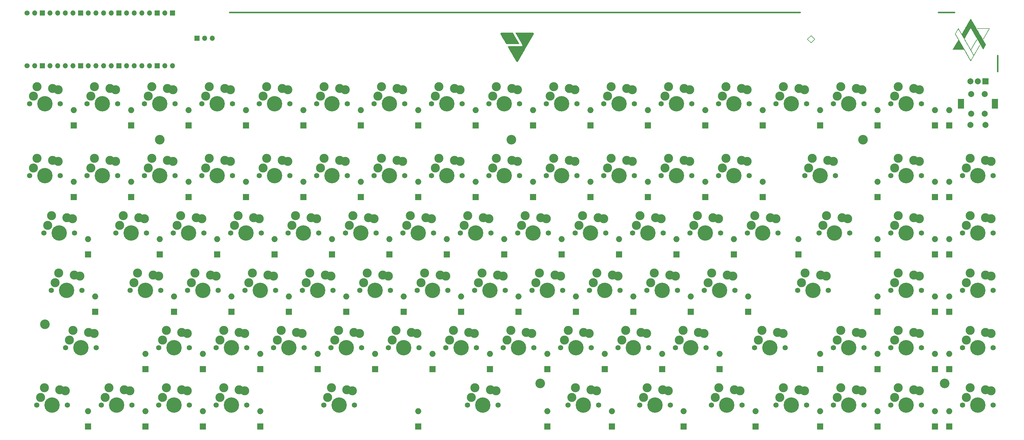
<source format=gbr>
%TF.GenerationSoftware,KiCad,Pcbnew,(6.0.2)*%
%TF.CreationDate,2022-08-21T18:03:26-07:00*%
%TF.ProjectId,tklc_v1_rgb,746b6c63-5f76-4315-9f72-67622e6b6963,rev?*%
%TF.SameCoordinates,Original*%
%TF.FileFunction,Soldermask,Top*%
%TF.FilePolarity,Negative*%
%FSLAX46Y46*%
G04 Gerber Fmt 4.6, Leading zero omitted, Abs format (unit mm)*
G04 Created by KiCad (PCBNEW (6.0.2)) date 2022-08-21 18:03:26*
%MOMM*%
%LPD*%
G01*
G04 APERTURE LIST*
%ADD10C,0.500000*%
%ADD11C,0.200000*%
%ADD12C,3.200000*%
%ADD13R,2.000000X2.000000*%
%ADD14O,2.000000X2.000000*%
%ADD15C,3.000000*%
%ADD16C,1.750000*%
%ADD17C,5.100000*%
%ADD18C,1.700000*%
%ADD19O,1.700000X1.700000*%
%ADD20R,1.700000X1.700000*%
%ADD21C,2.000000*%
%ADD22R,2.000000X3.200000*%
G04 APERTURE END LIST*
D10*
X375643134Y-101203380D02*
X375643134Y-95845554D01*
D11*
X313730478Y-91678356D02*
X314920577Y-90487728D01*
D10*
X120848742Y-81558018D02*
X310158594Y-81558018D01*
D11*
X313729951Y-89296950D02*
X314920577Y-90487576D01*
D10*
X355997772Y-81558018D02*
X361355598Y-81558018D01*
D11*
X313730478Y-91678356D02*
X312539850Y-90487728D01*
X312539850Y-90487728D02*
X313729951Y-89296950D01*
%TO.C,G\u002A\u002A\u002A*%
G36*
X369550729Y-92017601D02*
G01*
X369570505Y-92034861D01*
X369572165Y-92039038D01*
X369563353Y-92046669D01*
X369545008Y-92029569D01*
X369542541Y-92025789D01*
X369540353Y-92013084D01*
X369550729Y-92017601D01*
G37*
G36*
X369312223Y-87656070D02*
G01*
X369302940Y-87665354D01*
X369293656Y-87656070D01*
X369302940Y-87646787D01*
X369312223Y-87656070D01*
G37*
G36*
X369794972Y-88491597D02*
G01*
X369785688Y-88500880D01*
X369776405Y-88491597D01*
X369785688Y-88482313D01*
X369794972Y-88491597D01*
G37*
G36*
X369272220Y-91534853D02*
G01*
X369291997Y-91552113D01*
X369293656Y-91556289D01*
X369284845Y-91563920D01*
X369266499Y-91546820D01*
X369264032Y-91543041D01*
X369261844Y-91530335D01*
X369272220Y-91534853D01*
G37*
G36*
X369966399Y-88793622D02*
G01*
X369980645Y-88816524D01*
X369992597Y-88845231D01*
X369991235Y-88853658D01*
X369976323Y-88839425D01*
X369962077Y-88816524D01*
X369950125Y-88787816D01*
X369951487Y-88779389D01*
X369966399Y-88793622D01*
G37*
G36*
X369067980Y-91182075D02*
G01*
X369087757Y-91199335D01*
X369089416Y-91203511D01*
X369080605Y-91211143D01*
X369062259Y-91194043D01*
X369059793Y-91190263D01*
X369057604Y-91177558D01*
X369067980Y-91182075D01*
G37*
G36*
X370033477Y-88916870D02*
G01*
X370053254Y-88934130D01*
X370054914Y-88938307D01*
X370046102Y-88945938D01*
X370027756Y-88928838D01*
X370025290Y-88925058D01*
X370023101Y-88912353D01*
X370033477Y-88916870D01*
G37*
G36*
X369182253Y-91369521D02*
G01*
X369172969Y-91378804D01*
X369163685Y-91369521D01*
X369172969Y-91360237D01*
X369182253Y-91369521D01*
G37*
G36*
X369550729Y-88081344D02*
G01*
X369570505Y-88098604D01*
X369572165Y-88102780D01*
X369563353Y-88110412D01*
X369545008Y-88093312D01*
X369542541Y-88089532D01*
X369540353Y-88076827D01*
X369550729Y-88081344D01*
G37*
G36*
X369386492Y-91722298D02*
G01*
X369377209Y-91731582D01*
X369367925Y-91722298D01*
X369377209Y-91713015D01*
X369386492Y-91722298D01*
G37*
G36*
X369476460Y-87951373D02*
G01*
X369496236Y-87968633D01*
X369497896Y-87972809D01*
X369489084Y-87980441D01*
X369470739Y-87963341D01*
X369468272Y-87959561D01*
X369466084Y-87946856D01*
X369476460Y-87951373D01*
G37*
G36*
X370170639Y-89146400D02*
G01*
X370184884Y-89169301D01*
X370196836Y-89198009D01*
X370195474Y-89206436D01*
X370180562Y-89192203D01*
X370166317Y-89169301D01*
X370154365Y-89140594D01*
X370155727Y-89132167D01*
X370170639Y-89146400D01*
G37*
G36*
X369460761Y-87916012D02*
G01*
X369451478Y-87925296D01*
X369442194Y-87916012D01*
X369451478Y-87906728D01*
X369460761Y-87916012D01*
G37*
G36*
X370222019Y-89234287D02*
G01*
X370212735Y-89243570D01*
X370203452Y-89234287D01*
X370212735Y-89225003D01*
X370222019Y-89234287D01*
G37*
G36*
X370704767Y-90069813D02*
G01*
X370695484Y-90079097D01*
X370686200Y-90069813D01*
X370695484Y-90060529D01*
X370704767Y-90069813D01*
G37*
G36*
X376219028Y-99971240D02*
G01*
X376219241Y-99975442D01*
X376204967Y-99993295D01*
X376199578Y-99994009D01*
X376188489Y-99982634D01*
X376191390Y-99975442D01*
X376208075Y-99957729D01*
X376211053Y-99956874D01*
X376219028Y-99971240D01*
G37*
G36*
X370426259Y-89587065D02*
G01*
X370416975Y-89596348D01*
X370407691Y-89587065D01*
X370416975Y-89577781D01*
X370426259Y-89587065D01*
G37*
G36*
X369460761Y-91852269D02*
G01*
X369451478Y-91861553D01*
X369442194Y-91852269D01*
X369451478Y-91842986D01*
X369460761Y-91852269D01*
G37*
G36*
X368852364Y-90798885D02*
G01*
X368866609Y-90821787D01*
X368878562Y-90850494D01*
X368877200Y-90858921D01*
X368862287Y-90844688D01*
X368848042Y-90821787D01*
X368836090Y-90793079D01*
X368837452Y-90784652D01*
X368852364Y-90798885D01*
G37*
G36*
X369590732Y-88138819D02*
G01*
X369581449Y-88148103D01*
X369572165Y-88138819D01*
X369581449Y-88129535D01*
X369590732Y-88138819D01*
G37*
G36*
X369516463Y-88008848D02*
G01*
X369507180Y-88018132D01*
X369497896Y-88008848D01*
X369507180Y-87999565D01*
X369516463Y-88008848D01*
G37*
G36*
X369754969Y-88434122D02*
G01*
X369774745Y-88451382D01*
X369776405Y-88455558D01*
X369767593Y-88463189D01*
X369749248Y-88446089D01*
X369746781Y-88442310D01*
X369744592Y-88429604D01*
X369754969Y-88434122D01*
G37*
G36*
X370779036Y-90199784D02*
G01*
X370769753Y-90209067D01*
X370760469Y-90199784D01*
X370769753Y-90190500D01*
X370779036Y-90199784D01*
G37*
G36*
X369033715Y-87173322D02*
G01*
X369024431Y-87182605D01*
X369015147Y-87173322D01*
X369024431Y-87164038D01*
X369033715Y-87173322D01*
G37*
G36*
X368978013Y-91016743D02*
G01*
X368968729Y-91026027D01*
X368959446Y-91016743D01*
X368968729Y-91007459D01*
X368978013Y-91016743D01*
G37*
G36*
X370653388Y-89981926D02*
G01*
X370667633Y-90004828D01*
X370679585Y-90033535D01*
X370678223Y-90041962D01*
X370663311Y-90027729D01*
X370649066Y-90004828D01*
X370637113Y-89976120D01*
X370638475Y-89967693D01*
X370653388Y-89981926D01*
G37*
G36*
X370073481Y-88974345D02*
G01*
X370064197Y-88983629D01*
X370054914Y-88974345D01*
X370064197Y-88965062D01*
X370073481Y-88974345D01*
G37*
G36*
X369052282Y-91146714D02*
G01*
X369042998Y-91155997D01*
X369033715Y-91146714D01*
X369042998Y-91137430D01*
X369052282Y-91146714D01*
G37*
G36*
X370516226Y-89752397D02*
G01*
X370536002Y-89769657D01*
X370537662Y-89773833D01*
X370528850Y-89781464D01*
X370510505Y-89764364D01*
X370508038Y-89760585D01*
X370505850Y-89747879D01*
X370516226Y-89752397D01*
G37*
G36*
X369130873Y-91281634D02*
G01*
X369145118Y-91304535D01*
X369157070Y-91333243D01*
X369155708Y-91341670D01*
X369140796Y-91327437D01*
X369126551Y-91304535D01*
X369114599Y-91275828D01*
X369115961Y-91267401D01*
X369130873Y-91281634D01*
G37*
G36*
X361486243Y-88677904D02*
G01*
X361512464Y-88625242D01*
X361554085Y-88546587D01*
X361609430Y-88444967D01*
X361676824Y-88323412D01*
X361754591Y-88184950D01*
X361841055Y-88032611D01*
X361934540Y-87869425D01*
X362004102Y-87748907D01*
X362116807Y-87554403D01*
X362212575Y-87389627D01*
X362292973Y-87252110D01*
X362359568Y-87139383D01*
X362413927Y-87048976D01*
X362457617Y-86978423D01*
X362492204Y-86925253D01*
X362519255Y-86886997D01*
X362540338Y-86861188D01*
X362557019Y-86845356D01*
X362570864Y-86837033D01*
X362583441Y-86833750D01*
X362585023Y-86833569D01*
X362642164Y-86842047D01*
X362667980Y-86861419D01*
X362682456Y-86883458D01*
X362713592Y-86934656D01*
X362759592Y-87011950D01*
X362818663Y-87112274D01*
X362889009Y-87232565D01*
X362968837Y-87369757D01*
X363056351Y-87520786D01*
X363149757Y-87682587D01*
X363203969Y-87776758D01*
X363299349Y-87942483D01*
X363389328Y-88098585D01*
X363472180Y-88242084D01*
X363546179Y-88370004D01*
X363609600Y-88479366D01*
X363660716Y-88567192D01*
X363697802Y-88630505D01*
X363719132Y-88666326D01*
X363723611Y-88673342D01*
X363734099Y-88659172D01*
X363762110Y-88614503D01*
X363806655Y-88541027D01*
X363866743Y-88440436D01*
X363941385Y-88314421D01*
X364029591Y-88164675D01*
X364130371Y-87992888D01*
X364242735Y-87800753D01*
X364365694Y-87589961D01*
X364498258Y-87362204D01*
X364639436Y-87119175D01*
X364788240Y-86862564D01*
X364943679Y-86594064D01*
X365104763Y-86315366D01*
X365219787Y-86116094D01*
X365384267Y-85831085D01*
X365543750Y-85554930D01*
X365697245Y-85289333D01*
X365843765Y-85035997D01*
X365982320Y-84796626D01*
X366111921Y-84572922D01*
X366231580Y-84366591D01*
X366340307Y-84179336D01*
X366437113Y-84012859D01*
X366521010Y-83868865D01*
X366591009Y-83749057D01*
X366646120Y-83655138D01*
X366685354Y-83588814D01*
X366707723Y-83551785D01*
X366712808Y-83544208D01*
X366722809Y-83560031D01*
X366750421Y-83606434D01*
X366794723Y-83681819D01*
X366854790Y-83784587D01*
X366929702Y-83913141D01*
X367018534Y-84065881D01*
X367120364Y-84241211D01*
X367234269Y-84437531D01*
X367359327Y-84653243D01*
X367494614Y-84886749D01*
X367639208Y-85136451D01*
X367792186Y-85400751D01*
X367952626Y-85678050D01*
X368119604Y-85966751D01*
X368292197Y-86265254D01*
X368469484Y-86571962D01*
X368650541Y-86885277D01*
X368834445Y-87203599D01*
X369020274Y-87525332D01*
X369207105Y-87848876D01*
X369394015Y-88172634D01*
X369580081Y-88495007D01*
X369764381Y-88814397D01*
X369945991Y-89129206D01*
X370123989Y-89437835D01*
X370297453Y-89738687D01*
X370465459Y-90030163D01*
X370627084Y-90310665D01*
X370781406Y-90578594D01*
X370927503Y-90832353D01*
X371064451Y-91070342D01*
X371191327Y-91290965D01*
X371307209Y-91492622D01*
X371411173Y-91673716D01*
X371502298Y-91832648D01*
X371579661Y-91967820D01*
X371642338Y-92077633D01*
X371689407Y-92160490D01*
X371719944Y-92214793D01*
X371733029Y-92238942D01*
X371733398Y-92239779D01*
X371735269Y-92253714D01*
X371731409Y-92274759D01*
X371720390Y-92305643D01*
X371700783Y-92349094D01*
X371671157Y-92407841D01*
X371630084Y-92484615D01*
X371576135Y-92582144D01*
X371507880Y-92703158D01*
X371423891Y-92850385D01*
X371322738Y-93026556D01*
X371307958Y-93052239D01*
X371218660Y-93207103D01*
X371134512Y-93352510D01*
X371057419Y-93485205D01*
X370989283Y-93601937D01*
X370932010Y-93699452D01*
X370887503Y-93774498D01*
X370857665Y-93823822D01*
X370844419Y-93844153D01*
X370838076Y-93840335D01*
X370823893Y-93822395D01*
X370801278Y-93789330D01*
X370769645Y-93740137D01*
X370728403Y-93673813D01*
X370676964Y-93589357D01*
X370614738Y-93485764D01*
X370541138Y-93362034D01*
X370455572Y-93217162D01*
X370357454Y-93050146D01*
X370246193Y-92859983D01*
X370121200Y-92645671D01*
X369981887Y-92406207D01*
X369827665Y-92140588D01*
X369657944Y-91847811D01*
X369472136Y-91526874D01*
X369269651Y-91176774D01*
X369049901Y-90796509D01*
X368812296Y-90385075D01*
X368801341Y-90366100D01*
X368608663Y-90032549D01*
X368420659Y-89707457D01*
X368238186Y-89392295D01*
X368062104Y-89088533D01*
X367893271Y-88797642D01*
X367732548Y-88521093D01*
X367580793Y-88260356D01*
X367438865Y-88016902D01*
X367307623Y-87792202D01*
X367187927Y-87587725D01*
X367080635Y-87404943D01*
X366986606Y-87245327D01*
X366906699Y-87110346D01*
X366841774Y-87001472D01*
X366792690Y-86920175D01*
X366760305Y-86867926D01*
X366745478Y-86846195D01*
X366744884Y-86845687D01*
X366702140Y-86838404D01*
X366674180Y-86851664D01*
X366661296Y-86869968D01*
X366631415Y-86917852D01*
X366586023Y-86992759D01*
X366526606Y-87092131D01*
X366454651Y-87213409D01*
X366371642Y-87354037D01*
X366279066Y-87511456D01*
X366178408Y-87683110D01*
X366071154Y-87866439D01*
X365958790Y-88058887D01*
X365842802Y-88257896D01*
X365724676Y-88460907D01*
X365605897Y-88665364D01*
X365487951Y-88868708D01*
X365372324Y-89068382D01*
X365260502Y-89261828D01*
X365153971Y-89446488D01*
X365054216Y-89619805D01*
X364962724Y-89779221D01*
X364880979Y-89922177D01*
X364810469Y-90046117D01*
X364752678Y-90148483D01*
X364709093Y-90226717D01*
X364681199Y-90278261D01*
X364670482Y-90300557D01*
X364670411Y-90301030D01*
X364679499Y-90318818D01*
X364705910Y-90366505D01*
X364748363Y-90441851D01*
X364805574Y-90542616D01*
X364876264Y-90666561D01*
X364959149Y-90811446D01*
X365052949Y-90975033D01*
X365156381Y-91155081D01*
X365268165Y-91349350D01*
X365387019Y-91555603D01*
X365511660Y-91771598D01*
X365548730Y-91835782D01*
X365678361Y-92060193D01*
X365805141Y-92279692D01*
X365927515Y-92491582D01*
X366043925Y-92693166D01*
X366152814Y-92881748D01*
X366252626Y-93054632D01*
X366341804Y-93209121D01*
X366418791Y-93342517D01*
X366482030Y-93452126D01*
X366529964Y-93535249D01*
X366561037Y-93589190D01*
X366563199Y-93592949D01*
X366612059Y-93676317D01*
X366655122Y-93746823D01*
X366688790Y-93798801D01*
X366709464Y-93826583D01*
X366713534Y-93829682D01*
X366724554Y-93813934D01*
X366752832Y-93768103D01*
X366797133Y-93694304D01*
X366856217Y-93594653D01*
X366928848Y-93471266D01*
X367013787Y-93326261D01*
X367109798Y-93161752D01*
X367215643Y-92979856D01*
X367330083Y-92782689D01*
X367451883Y-92572367D01*
X367579804Y-92351007D01*
X367690403Y-92159261D01*
X367822425Y-91930328D01*
X367949272Y-91710655D01*
X368069714Y-91502360D01*
X368182519Y-91307557D01*
X368286456Y-91128364D01*
X368380295Y-90966895D01*
X368462805Y-90825267D01*
X368532754Y-90705597D01*
X368588913Y-90609999D01*
X368630049Y-90540590D01*
X368654933Y-90499486D01*
X368662370Y-90488381D01*
X368675276Y-90503091D01*
X368701023Y-90542447D01*
X368734521Y-90598578D01*
X368741633Y-90611001D01*
X368771471Y-90666041D01*
X368788727Y-90703192D01*
X368790637Y-90716273D01*
X368788051Y-90714785D01*
X368779998Y-90718629D01*
X368763652Y-90737947D01*
X368738175Y-90774142D01*
X368702730Y-90828614D01*
X368656479Y-90902764D01*
X368598585Y-90997992D01*
X368528210Y-91115700D01*
X368444516Y-91257288D01*
X368346667Y-91424156D01*
X368233824Y-91617707D01*
X368105151Y-91839340D01*
X367959810Y-92090457D01*
X367796962Y-92372457D01*
X367796702Y-92372909D01*
X366828914Y-94050329D01*
X367281818Y-94835875D01*
X367371754Y-94991219D01*
X367456295Y-95136001D01*
X367533612Y-95267177D01*
X367601876Y-95381700D01*
X367659259Y-95476527D01*
X367703931Y-95548612D01*
X367734062Y-95594910D01*
X367747824Y-95612377D01*
X367748290Y-95612390D01*
X367760619Y-95594441D01*
X367789816Y-95546855D01*
X367834382Y-95472237D01*
X367892819Y-95373193D01*
X367963631Y-95252328D01*
X368045318Y-95112248D01*
X368136382Y-94955560D01*
X368235327Y-94784869D01*
X368340653Y-94602781D01*
X368450863Y-94411901D01*
X368564460Y-94214836D01*
X368679944Y-94014191D01*
X368795818Y-93812573D01*
X368910584Y-93612586D01*
X369022745Y-93416837D01*
X369130801Y-93227932D01*
X369233256Y-93048477D01*
X369328611Y-92881076D01*
X369415369Y-92728337D01*
X369492031Y-92592865D01*
X369557099Y-92477266D01*
X369609076Y-92384145D01*
X369646464Y-92316109D01*
X369667764Y-92275762D01*
X369672299Y-92265391D01*
X369674538Y-92237768D01*
X369676491Y-92232898D01*
X369688256Y-92247858D01*
X369710630Y-92285728D01*
X369738048Y-92335990D01*
X369764944Y-92388127D01*
X369785753Y-92431621D01*
X369794909Y-92455955D01*
X369794972Y-92456799D01*
X369785886Y-92474231D01*
X369759423Y-92521742D01*
X369716781Y-92597257D01*
X369659154Y-92698696D01*
X369587738Y-92823983D01*
X369503728Y-92971041D01*
X369408320Y-93137791D01*
X369302709Y-93322158D01*
X369188092Y-93522063D01*
X369065663Y-93735429D01*
X368936618Y-93960178D01*
X368802152Y-94194235D01*
X368663462Y-94435520D01*
X368521743Y-94681957D01*
X368378189Y-94931469D01*
X368233998Y-95181978D01*
X368090363Y-95431407D01*
X367948482Y-95677678D01*
X367809549Y-95918714D01*
X367674759Y-96152439D01*
X367545310Y-96376773D01*
X367422395Y-96589641D01*
X367307210Y-96788965D01*
X367200952Y-96972668D01*
X367104816Y-97138671D01*
X367019996Y-97284899D01*
X366947689Y-97409273D01*
X366889090Y-97509716D01*
X366845395Y-97584151D01*
X366817800Y-97630501D01*
X366811601Y-97640610D01*
X366776522Y-97687101D01*
X366741303Y-97707208D01*
X366711949Y-97710237D01*
X366670057Y-97702963D01*
X366637387Y-97675210D01*
X366614704Y-97641209D01*
X366600083Y-97616184D01*
X366568132Y-97561139D01*
X366520089Y-97478211D01*
X366457190Y-97369541D01*
X366380672Y-97237266D01*
X366291771Y-97083527D01*
X366191724Y-96910461D01*
X366081768Y-96720209D01*
X365963140Y-96514908D01*
X365837076Y-96296699D01*
X365704812Y-96067720D01*
X365567586Y-95830111D01*
X365533197Y-95770558D01*
X364492839Y-93968936D01*
X362595230Y-93959652D01*
X360697620Y-93950369D01*
X361644042Y-92311002D01*
X362590465Y-90671635D01*
X362033654Y-89708008D01*
X361933498Y-89533969D01*
X361839132Y-89368624D01*
X361752182Y-89214909D01*
X361674270Y-89075760D01*
X361607021Y-88954113D01*
X361552056Y-88852905D01*
X361511002Y-88775070D01*
X361485479Y-88723546D01*
X361477384Y-88702293D01*
X361681792Y-88702293D01*
X364190254Y-93048443D01*
X364404837Y-93420138D01*
X364614641Y-93783372D01*
X364818905Y-94136837D01*
X365016868Y-94479222D01*
X365207770Y-94809217D01*
X365390850Y-95125511D01*
X365565347Y-95426794D01*
X365730502Y-95711757D01*
X365885552Y-95979088D01*
X366029739Y-96227478D01*
X366162300Y-96455616D01*
X366282476Y-96662193D01*
X366389506Y-96845897D01*
X366482630Y-97005419D01*
X366561086Y-97139449D01*
X366624114Y-97246676D01*
X366670954Y-97325790D01*
X366700845Y-97375481D01*
X366713026Y-97394439D01*
X366713239Y-97394594D01*
X366725133Y-97378995D01*
X366753592Y-97334287D01*
X366796752Y-97263601D01*
X366852752Y-97170067D01*
X366919731Y-97056817D01*
X366995825Y-96926981D01*
X367079172Y-96783691D01*
X367167912Y-96630078D01*
X367168709Y-96628695D01*
X367257445Y-96474549D01*
X367340533Y-96330186D01*
X367416131Y-96198806D01*
X367482400Y-96083609D01*
X367537498Y-95987794D01*
X367579586Y-95914560D01*
X367606823Y-95867108D01*
X367617369Y-95848638D01*
X367617111Y-95844827D01*
X367613924Y-95836193D01*
X367607126Y-95821542D01*
X367596033Y-95799682D01*
X367579964Y-95769421D01*
X367558236Y-95729566D01*
X367530166Y-95678924D01*
X367495072Y-95616303D01*
X367452270Y-95540511D01*
X367401079Y-95450353D01*
X367340815Y-95344639D01*
X367270796Y-95222175D01*
X367190340Y-95081769D01*
X367098764Y-94922228D01*
X366995385Y-94742360D01*
X366879520Y-94540972D01*
X366750487Y-94316871D01*
X366607604Y-94068865D01*
X366450188Y-93795762D01*
X366277555Y-93496367D01*
X366089025Y-93169490D01*
X365883913Y-92813938D01*
X365661537Y-92428517D01*
X365441521Y-92047225D01*
X365167249Y-91571944D01*
X364910925Y-91127808D01*
X364671949Y-90713790D01*
X364449726Y-90328863D01*
X364243658Y-89972000D01*
X364053148Y-89642174D01*
X363877597Y-89338356D01*
X363716409Y-89059521D01*
X363568987Y-88804641D01*
X363434733Y-88572688D01*
X363313050Y-88362635D01*
X363203340Y-88173456D01*
X363105006Y-88004122D01*
X363017451Y-87853607D01*
X362940077Y-87720884D01*
X362872287Y-87604924D01*
X362813484Y-87504702D01*
X362763070Y-87419189D01*
X362720448Y-87347359D01*
X362685021Y-87288184D01*
X362656191Y-87240637D01*
X362633361Y-87203690D01*
X362615933Y-87176318D01*
X362603310Y-87157491D01*
X362594896Y-87146184D01*
X362590092Y-87141368D01*
X362588614Y-87141241D01*
X362577069Y-87159570D01*
X362548834Y-87206892D01*
X362505764Y-87280030D01*
X362449714Y-87375807D01*
X362382541Y-87491044D01*
X362306099Y-87622563D01*
X362222245Y-87767187D01*
X362132834Y-87921738D01*
X362128913Y-87928524D01*
X361681792Y-88702293D01*
X361477384Y-88702293D01*
X361477098Y-88701542D01*
X361486243Y-88677904D01*
G37*
G36*
X369665001Y-88268790D02*
G01*
X369655718Y-88278073D01*
X369646434Y-88268790D01*
X369655718Y-88259506D01*
X369665001Y-88268790D01*
G37*
G36*
X370096370Y-89016429D02*
G01*
X370110615Y-89039331D01*
X370122567Y-89068038D01*
X370121205Y-89076465D01*
X370106293Y-89062232D01*
X370092048Y-89039331D01*
X370080096Y-89010623D01*
X370081458Y-89002196D01*
X370096370Y-89016429D01*
G37*
G36*
X369409382Y-91764382D02*
G01*
X369423627Y-91787284D01*
X369435579Y-91815991D01*
X369434217Y-91824418D01*
X369419305Y-91810185D01*
X369405060Y-91787284D01*
X369393107Y-91758577D01*
X369394470Y-91750149D01*
X369409382Y-91764382D01*
G37*
G36*
X370500528Y-89717035D02*
G01*
X370491244Y-89726319D01*
X370481960Y-89717035D01*
X370491244Y-89707752D01*
X370500528Y-89717035D01*
G37*
G36*
X370311986Y-89399619D02*
G01*
X370331763Y-89416879D01*
X370333422Y-89421055D01*
X370324611Y-89428686D01*
X370306265Y-89411587D01*
X370303798Y-89407807D01*
X370301610Y-89395101D01*
X370311986Y-89399619D01*
G37*
G36*
X369535030Y-91982240D02*
G01*
X369525747Y-91991524D01*
X369516463Y-91982240D01*
X369525747Y-91972956D01*
X369535030Y-91982240D01*
G37*
G36*
X369107984Y-87303293D02*
G01*
X369098700Y-87312576D01*
X369089416Y-87303293D01*
X369098700Y-87294009D01*
X369107984Y-87303293D01*
G37*
G36*
X369590732Y-92075076D02*
G01*
X369581449Y-92084360D01*
X369572165Y-92075076D01*
X369581449Y-92065793D01*
X369590732Y-92075076D01*
G37*
G36*
X369687890Y-88310874D02*
G01*
X369702136Y-88333775D01*
X369714088Y-88362482D01*
X369712726Y-88370910D01*
X369697814Y-88356677D01*
X369683568Y-88333775D01*
X369671616Y-88305068D01*
X369672978Y-88296641D01*
X369687890Y-88310874D01*
G37*
G36*
X369409382Y-87828125D02*
G01*
X369423627Y-87851027D01*
X369435579Y-87879734D01*
X369434217Y-87888161D01*
X369419305Y-87873928D01*
X369405060Y-87851027D01*
X369393107Y-87822319D01*
X369394470Y-87813892D01*
X369409382Y-87828125D01*
G37*
G36*
X370590495Y-89882368D02*
G01*
X370610271Y-89899627D01*
X370611931Y-89903804D01*
X370603119Y-89911435D01*
X370584774Y-89894335D01*
X370582307Y-89890555D01*
X370580119Y-89877850D01*
X370590495Y-89882368D01*
G37*
G36*
X370574797Y-89847006D02*
G01*
X370565513Y-89856290D01*
X370556229Y-89847006D01*
X370565513Y-89837722D01*
X370574797Y-89847006D01*
G37*
G36*
X370244908Y-89276371D02*
G01*
X370259153Y-89299272D01*
X370271106Y-89327979D01*
X370269743Y-89336407D01*
X370254831Y-89322174D01*
X370240586Y-89299272D01*
X370228634Y-89270565D01*
X370229996Y-89262138D01*
X370244908Y-89276371D01*
G37*
G36*
X368978013Y-87080486D02*
G01*
X368968729Y-87089769D01*
X368959446Y-87080486D01*
X368968729Y-87071202D01*
X368978013Y-87080486D01*
G37*
G36*
X369665001Y-92205047D02*
G01*
X369655718Y-92214331D01*
X369646434Y-92205047D01*
X369655718Y-92195763D01*
X369665001Y-92205047D01*
G37*
G36*
X370794735Y-90235145D02*
G01*
X370814511Y-90252405D01*
X370816171Y-90256581D01*
X370807359Y-90264213D01*
X370789014Y-90247113D01*
X370786547Y-90243333D01*
X370784359Y-90230628D01*
X370794735Y-90235145D01*
G37*
G36*
X369892130Y-88663651D02*
G01*
X369906376Y-88686553D01*
X369918328Y-88715260D01*
X369916966Y-88723687D01*
X369902054Y-88709454D01*
X369887808Y-88686553D01*
X369875856Y-88657846D01*
X369877218Y-88649418D01*
X369892130Y-88663651D01*
G37*
G36*
X369182253Y-87433263D02*
G01*
X369172969Y-87442547D01*
X369163685Y-87433263D01*
X369172969Y-87423980D01*
X369182253Y-87433263D01*
G37*
G36*
X369056604Y-87215406D02*
G01*
X369070849Y-87238307D01*
X369082801Y-87267015D01*
X369081439Y-87275442D01*
X369066527Y-87261209D01*
X369052282Y-87238307D01*
X369040330Y-87209600D01*
X369041692Y-87201173D01*
X369056604Y-87215406D01*
G37*
G36*
X369205142Y-91411605D02*
G01*
X369219387Y-91434506D01*
X369231339Y-91463213D01*
X369229977Y-91471641D01*
X369215065Y-91457408D01*
X369200820Y-91434506D01*
X369188868Y-91405799D01*
X369190230Y-91397372D01*
X369205142Y-91411605D01*
G37*
G36*
X370556229Y-89809872D02*
G01*
X370546946Y-89819155D01*
X370537662Y-89809872D01*
X370546946Y-89800588D01*
X370556229Y-89809872D01*
G37*
G36*
X369613621Y-92117160D02*
G01*
X369627867Y-92140062D01*
X369639819Y-92168769D01*
X369638457Y-92177196D01*
X369623545Y-92162963D01*
X369609299Y-92140062D01*
X369597347Y-92111354D01*
X369598709Y-92102927D01*
X369613621Y-92117160D01*
G37*
G36*
X370147750Y-89104316D02*
G01*
X370138466Y-89113600D01*
X370129183Y-89104316D01*
X370138466Y-89095032D01*
X370147750Y-89104316D01*
G37*
G36*
X370017779Y-88881509D02*
G01*
X370008495Y-88890793D01*
X369999212Y-88881509D01*
X370008495Y-88872225D01*
X370017779Y-88881509D01*
G37*
G36*
X369335113Y-87698154D02*
G01*
X369349358Y-87721056D01*
X369361310Y-87749763D01*
X369359948Y-87758190D01*
X369345036Y-87743957D01*
X369330791Y-87721056D01*
X369318838Y-87692348D01*
X369320201Y-87683921D01*
X369335113Y-87698154D01*
G37*
G36*
X369739270Y-88398760D02*
G01*
X369729987Y-88408044D01*
X369720703Y-88398760D01*
X369729987Y-88389477D01*
X369739270Y-88398760D01*
G37*
G36*
X369033715Y-91109579D02*
G01*
X369024431Y-91118863D01*
X369015147Y-91109579D01*
X369024431Y-91100296D01*
X369033715Y-91109579D01*
G37*
G36*
X369813539Y-88528731D02*
G01*
X369804256Y-88538015D01*
X369794972Y-88528731D01*
X369804256Y-88519448D01*
X369813539Y-88528731D01*
G37*
G36*
X368993711Y-91052104D02*
G01*
X369013488Y-91069364D01*
X369015147Y-91073540D01*
X369006336Y-91081172D01*
X368987990Y-91064072D01*
X368985524Y-91060292D01*
X368983335Y-91047587D01*
X368993711Y-91052104D01*
G37*
G36*
X369535030Y-88045983D02*
G01*
X369525747Y-88055266D01*
X369516463Y-88045983D01*
X369525747Y-88036699D01*
X369535030Y-88045983D01*
G37*
G36*
X369330791Y-91629462D02*
G01*
X369321507Y-91638746D01*
X369312223Y-91629462D01*
X369321507Y-91620179D01*
X369330791Y-91629462D01*
G37*
G36*
X368903744Y-90886772D02*
G01*
X368894460Y-90896056D01*
X368885177Y-90886772D01*
X368894460Y-90877489D01*
X368903744Y-90886772D01*
G37*
G36*
X370351990Y-89457094D02*
G01*
X370342706Y-89466377D01*
X370333422Y-89457094D01*
X370342706Y-89447810D01*
X370351990Y-89457094D01*
G37*
G36*
X369256522Y-91499491D02*
G01*
X369247238Y-91508775D01*
X369237954Y-91499491D01*
X369247238Y-91490208D01*
X369256522Y-91499491D01*
G37*
G36*
X369943510Y-88751538D02*
G01*
X369934226Y-88760822D01*
X369924943Y-88751538D01*
X369934226Y-88742255D01*
X369943510Y-88751538D01*
G37*
G36*
X370374879Y-89499178D02*
G01*
X370389124Y-89522079D01*
X370401076Y-89550786D01*
X370399714Y-89559214D01*
X370384802Y-89544981D01*
X370370557Y-89522079D01*
X370358605Y-89493372D01*
X370359967Y-89484945D01*
X370374879Y-89499178D01*
G37*
G36*
X369272220Y-87598596D02*
G01*
X369291997Y-87615855D01*
X369293656Y-87620032D01*
X369284845Y-87627663D01*
X369266499Y-87610563D01*
X369264032Y-87606783D01*
X369261844Y-87594078D01*
X369272220Y-87598596D01*
G37*
G36*
X371201113Y-86829860D02*
G01*
X371487310Y-86829976D01*
X371740468Y-86830206D01*
X371962636Y-86830582D01*
X372155861Y-86831132D01*
X372322193Y-86831888D01*
X372463678Y-86832879D01*
X372582366Y-86834136D01*
X372680303Y-86835690D01*
X372759539Y-86837570D01*
X372822120Y-86839806D01*
X372870096Y-86842430D01*
X372905514Y-86845471D01*
X372930422Y-86848960D01*
X372946869Y-86852927D01*
X372956902Y-86857402D01*
X372960966Y-86860609D01*
X372982443Y-86900711D01*
X372983992Y-86930236D01*
X372974107Y-86950042D01*
X372947082Y-86999454D01*
X372904377Y-87075933D01*
X372847449Y-87176944D01*
X372777757Y-87299949D01*
X372696758Y-87442410D01*
X372605912Y-87601792D01*
X372506675Y-87775558D01*
X372400507Y-87961169D01*
X372288865Y-88156089D01*
X372173208Y-88357781D01*
X372054993Y-88563709D01*
X371935679Y-88771334D01*
X371816725Y-88978121D01*
X371699587Y-89181532D01*
X371585726Y-89379029D01*
X371476597Y-89568077D01*
X371373661Y-89746137D01*
X371278374Y-89910674D01*
X371192195Y-90059150D01*
X371116583Y-90189027D01*
X371052995Y-90297770D01*
X371002889Y-90382840D01*
X370967724Y-90441702D01*
X370948958Y-90471817D01*
X370946595Y-90475033D01*
X370930781Y-90468539D01*
X370903837Y-90436401D01*
X370875415Y-90391924D01*
X370846107Y-90334044D01*
X370832381Y-90291239D01*
X370834111Y-90274496D01*
X370845652Y-90255762D01*
X370874076Y-90207667D01*
X370917870Y-90132833D01*
X370975520Y-90033881D01*
X371045514Y-89913434D01*
X371126338Y-89774113D01*
X371216480Y-89618540D01*
X371314425Y-89449337D01*
X371418661Y-89269126D01*
X371527675Y-89080530D01*
X371639953Y-88886169D01*
X371753982Y-88688666D01*
X371868250Y-88490643D01*
X371981242Y-88294722D01*
X372091446Y-88103525D01*
X372197348Y-87919673D01*
X372297436Y-87745789D01*
X372390195Y-87584494D01*
X372474114Y-87438410D01*
X372547678Y-87310160D01*
X372609375Y-87202365D01*
X372657692Y-87117648D01*
X372691114Y-87058630D01*
X372708129Y-87027932D01*
X372710030Y-87024050D01*
X372691874Y-87022866D01*
X372639050Y-87021730D01*
X372554025Y-87020654D01*
X372439265Y-87019649D01*
X372297238Y-87018727D01*
X372130409Y-87017897D01*
X371941245Y-87017172D01*
X371732214Y-87016563D01*
X371505781Y-87016081D01*
X371264414Y-87015737D01*
X371010578Y-87015542D01*
X370824359Y-87015500D01*
X370472209Y-87015682D01*
X370156452Y-87016226D01*
X369877168Y-87017132D01*
X369634438Y-87018399D01*
X369428343Y-87020027D01*
X369258964Y-87022014D01*
X369126382Y-87024359D01*
X369030678Y-87027063D01*
X368971933Y-87030123D01*
X368950228Y-87033540D01*
X368950162Y-87034067D01*
X368955321Y-87051441D01*
X368953030Y-87052635D01*
X368940700Y-87037991D01*
X368916979Y-87001038D01*
X368887931Y-86952243D01*
X368859622Y-86902072D01*
X368838115Y-86860993D01*
X368829476Y-86839471D01*
X368829475Y-86839393D01*
X368847648Y-86838121D01*
X368900590Y-86836899D01*
X368985935Y-86835738D01*
X369101319Y-86834648D01*
X369244374Y-86833641D01*
X369412737Y-86832727D01*
X369604041Y-86831919D01*
X369815921Y-86831226D01*
X370046012Y-86830659D01*
X370291947Y-86830231D01*
X370551362Y-86829951D01*
X370821890Y-86829832D01*
X370879830Y-86829828D01*
X371201113Y-86829860D01*
G37*
G36*
X370449148Y-89629148D02*
G01*
X370463393Y-89652050D01*
X370475345Y-89680757D01*
X370473983Y-89689184D01*
X370459071Y-89674951D01*
X370444826Y-89652050D01*
X370432874Y-89623343D01*
X370434236Y-89614915D01*
X370449148Y-89629148D01*
G37*
G36*
X369346489Y-91664824D02*
G01*
X369366266Y-91682084D01*
X369367925Y-91686260D01*
X369359114Y-91693891D01*
X369340768Y-91676791D01*
X369338301Y-91673012D01*
X369336113Y-91660306D01*
X369346489Y-91664824D01*
G37*
G36*
X369205142Y-87475347D02*
G01*
X369219387Y-87498249D01*
X369231339Y-87526956D01*
X369229977Y-87535383D01*
X369215065Y-87521150D01*
X369200820Y-87498249D01*
X369188868Y-87469541D01*
X369190230Y-87461114D01*
X369205142Y-87475347D01*
G37*
G36*
X369613621Y-88180903D02*
G01*
X369627867Y-88203804D01*
X369639819Y-88232512D01*
X369638457Y-88240939D01*
X369623545Y-88226706D01*
X369609299Y-88203804D01*
X369597347Y-88175097D01*
X369598709Y-88166670D01*
X369613621Y-88180903D01*
G37*
G36*
X369130873Y-87345377D02*
G01*
X369145118Y-87368278D01*
X369157070Y-87396985D01*
X369155708Y-87405413D01*
X369140796Y-87391179D01*
X369126551Y-87368278D01*
X369114599Y-87339571D01*
X369115961Y-87331144D01*
X369130873Y-87345377D01*
G37*
G36*
X357237128Y-80992518D02*
G01*
X357234226Y-80999711D01*
X357217542Y-81017424D01*
X357214563Y-81018278D01*
X357206588Y-81003913D01*
X357206376Y-80999711D01*
X357220649Y-80981857D01*
X357226039Y-80981144D01*
X357237128Y-80992518D01*
G37*
G36*
X368926633Y-90928856D02*
G01*
X368940878Y-90951758D01*
X368952831Y-90980465D01*
X368951469Y-90988892D01*
X368936556Y-90974659D01*
X368922311Y-90951758D01*
X368910359Y-90923050D01*
X368911721Y-90914623D01*
X368926633Y-90928856D01*
G37*
G36*
X369483651Y-91894353D02*
G01*
X369497896Y-91917255D01*
X369509848Y-91945962D01*
X369508486Y-91954389D01*
X369493574Y-91940156D01*
X369479329Y-91917255D01*
X369467376Y-91888547D01*
X369468739Y-91880120D01*
X369483651Y-91894353D01*
G37*
G36*
X376218485Y-80994622D02*
G01*
X376219241Y-80999711D01*
X376212906Y-81017795D01*
X376211053Y-81018278D01*
X376195201Y-81005267D01*
X376191390Y-80999711D01*
X376192862Y-80982601D01*
X376199578Y-80981144D01*
X376218485Y-80994622D01*
G37*
G36*
X370630498Y-89939842D02*
G01*
X370621215Y-89949126D01*
X370611931Y-89939842D01*
X370621215Y-89930559D01*
X370630498Y-89939842D01*
G37*
G36*
X369256522Y-87563234D02*
G01*
X369247238Y-87572518D01*
X369237954Y-87563234D01*
X369247238Y-87553951D01*
X369256522Y-87563234D01*
G37*
G36*
X357224943Y-99966158D02*
G01*
X357242656Y-99982843D01*
X357243510Y-99985821D01*
X357229145Y-99993796D01*
X357224943Y-99994009D01*
X357207089Y-99979735D01*
X357206376Y-99974346D01*
X357217750Y-99963257D01*
X357224943Y-99966158D01*
G37*
G36*
X370727657Y-90111897D02*
G01*
X370741902Y-90134798D01*
X370753854Y-90163506D01*
X370752492Y-90171933D01*
X370737580Y-90157700D01*
X370723335Y-90134798D01*
X370711382Y-90106091D01*
X370712744Y-90097664D01*
X370727657Y-90111897D01*
G37*
G36*
X368993711Y-87115847D02*
G01*
X369013488Y-87133107D01*
X369015147Y-87137283D01*
X369006336Y-87144914D01*
X368987990Y-87127815D01*
X368985524Y-87124035D01*
X368983335Y-87111329D01*
X368993711Y-87115847D01*
G37*
G36*
X369107984Y-91239550D02*
G01*
X369098700Y-91248834D01*
X369089416Y-91239550D01*
X369098700Y-91230266D01*
X369107984Y-91239550D01*
G37*
G36*
X369312223Y-91592328D02*
G01*
X369302940Y-91601611D01*
X369293656Y-91592328D01*
X369302940Y-91583044D01*
X369312223Y-91592328D01*
G37*
G36*
X369829238Y-88564093D02*
G01*
X369849014Y-88581353D01*
X369850674Y-88585529D01*
X369841862Y-88593160D01*
X369823517Y-88576060D01*
X369821050Y-88572281D01*
X369818861Y-88559575D01*
X369829238Y-88564093D01*
G37*
G36*
X369869241Y-88621567D02*
G01*
X369859957Y-88630851D01*
X369850674Y-88621567D01*
X369859957Y-88612284D01*
X369869241Y-88621567D01*
G37*
G36*
X370296288Y-89364258D02*
G01*
X370287004Y-89373541D01*
X370277721Y-89364258D01*
X370287004Y-89354974D01*
X370296288Y-89364258D01*
G37*
G36*
X368829475Y-90756801D02*
G01*
X368820191Y-90766085D01*
X368810908Y-90756801D01*
X368820191Y-90747518D01*
X368829475Y-90756801D01*
G37*
G36*
X369386492Y-87786041D02*
G01*
X369377209Y-87795325D01*
X369367925Y-87786041D01*
X369377209Y-87776758D01*
X369386492Y-87786041D01*
G37*
G36*
X212639104Y-88265915D02*
G01*
X212929498Y-88266839D01*
X214794370Y-88273657D01*
X215847185Y-90094365D01*
X216000209Y-90359082D01*
X216147488Y-90614021D01*
X216287376Y-90856323D01*
X216418224Y-91083125D01*
X216538386Y-91291568D01*
X216646213Y-91478790D01*
X216740058Y-91641929D01*
X216818273Y-91778127D01*
X216879212Y-91884520D01*
X216921226Y-91958249D01*
X216942668Y-91996452D01*
X216944231Y-91999365D01*
X216988461Y-92083657D01*
X212583867Y-92083657D01*
X212495698Y-91931932D01*
X212347663Y-91676937D01*
X212196234Y-91415635D01*
X212043141Y-91151040D01*
X211890113Y-90886165D01*
X211738879Y-90624022D01*
X211591169Y-90367624D01*
X211448711Y-90119985D01*
X211313235Y-89884117D01*
X211186470Y-89663034D01*
X211070144Y-89459748D01*
X210965988Y-89277273D01*
X210875730Y-89118622D01*
X210801100Y-88986808D01*
X210743826Y-88884843D01*
X210705638Y-88815742D01*
X210688265Y-88782516D01*
X210688256Y-88782496D01*
X210657177Y-88663451D01*
X210666702Y-88547714D01*
X210712711Y-88443172D01*
X210791086Y-88357712D01*
X210897708Y-88299220D01*
X210948071Y-88284985D01*
X210989536Y-88279985D01*
X211064575Y-88275733D01*
X211174489Y-88272217D01*
X211320576Y-88269425D01*
X211504137Y-88267346D01*
X211726471Y-88265968D01*
X211988877Y-88265278D01*
X212292655Y-88265264D01*
X212639104Y-88265915D01*
G37*
G36*
X218095240Y-88267012D02*
G01*
X218451466Y-88267512D01*
X218555379Y-88267710D01*
X218980066Y-88268598D01*
X219362109Y-88269476D01*
X219703819Y-88270378D01*
X220007506Y-88271339D01*
X220275482Y-88272394D01*
X220510059Y-88273577D01*
X220713547Y-88274923D01*
X220888258Y-88276466D01*
X221036504Y-88278241D01*
X221160594Y-88280281D01*
X221262840Y-88282623D01*
X221345555Y-88285299D01*
X221411048Y-88288345D01*
X221461631Y-88291796D01*
X221499615Y-88295685D01*
X221527312Y-88300047D01*
X221547032Y-88304917D01*
X221561087Y-88310329D01*
X221565642Y-88312654D01*
X221661136Y-88388776D01*
X221722070Y-88493461D01*
X221747731Y-88620594D01*
X221756112Y-88745693D01*
X219136044Y-93284197D01*
X218894567Y-93702382D01*
X218658760Y-94110540D01*
X218429628Y-94506940D01*
X218208175Y-94889854D01*
X217995405Y-95257552D01*
X217792322Y-95608305D01*
X217599930Y-95940381D01*
X217419232Y-96252053D01*
X217251232Y-96541590D01*
X217096935Y-96807262D01*
X216957345Y-97047340D01*
X216833464Y-97260095D01*
X216726298Y-97443796D01*
X216636850Y-97596715D01*
X216566124Y-97717121D01*
X216515123Y-97803284D01*
X216484853Y-97853476D01*
X216476461Y-97866366D01*
X216388958Y-97933304D01*
X216279784Y-97974008D01*
X216165893Y-97983730D01*
X216099671Y-97971908D01*
X216033401Y-97941789D01*
X215971680Y-97900184D01*
X215954898Y-97876295D01*
X215917423Y-97816413D01*
X215860884Y-97723338D01*
X215786906Y-97599870D01*
X215697117Y-97448812D01*
X215593143Y-97272962D01*
X215476612Y-97075121D01*
X215349150Y-96858091D01*
X215212384Y-96624671D01*
X215067942Y-96377662D01*
X214917451Y-96119865D01*
X214762536Y-95854081D01*
X214604826Y-95583110D01*
X214445947Y-95309752D01*
X214287526Y-95036808D01*
X214131190Y-94767079D01*
X213978566Y-94503365D01*
X213831281Y-94248467D01*
X213690962Y-94005185D01*
X213559236Y-93776320D01*
X213437730Y-93564673D01*
X213328071Y-93373044D01*
X213231885Y-93204233D01*
X213150800Y-93061042D01*
X213086442Y-92946271D01*
X213040439Y-92862720D01*
X213014418Y-92813191D01*
X213008963Y-92800270D01*
X213031006Y-92797416D01*
X213095390Y-92794708D01*
X213199504Y-92792167D01*
X213340734Y-92789817D01*
X213516467Y-92787679D01*
X213724089Y-92785774D01*
X213960989Y-92784126D01*
X214224551Y-92782757D01*
X214512164Y-92781687D01*
X214821213Y-92780941D01*
X215149087Y-92780538D01*
X215352633Y-92780471D01*
X215728898Y-92780444D01*
X216062832Y-92780333D01*
X216357058Y-92780092D01*
X216614201Y-92779676D01*
X216836885Y-92779040D01*
X217027733Y-92778139D01*
X217189370Y-92776929D01*
X217324420Y-92775362D01*
X217435507Y-92773396D01*
X217525255Y-92770983D01*
X217596288Y-92768080D01*
X217651231Y-92764641D01*
X217692706Y-92760621D01*
X217723340Y-92755975D01*
X217745754Y-92750657D01*
X217762575Y-92744623D01*
X217774624Y-92738795D01*
X217836746Y-92691720D01*
X217893355Y-92626789D01*
X217904461Y-92609547D01*
X217920632Y-92582704D01*
X217934592Y-92558078D01*
X217945207Y-92533353D01*
X217951342Y-92506213D01*
X217951864Y-92474342D01*
X217945637Y-92435424D01*
X217931527Y-92387144D01*
X217908399Y-92327185D01*
X217875119Y-92253231D01*
X217830552Y-92162967D01*
X217773565Y-92054077D01*
X217703021Y-91924244D01*
X217617787Y-91771153D01*
X217516728Y-91592487D01*
X217398710Y-91385932D01*
X217262597Y-91149170D01*
X217107257Y-90879887D01*
X216931553Y-90575765D01*
X216777758Y-90309623D01*
X216618094Y-90033102D01*
X216464921Y-89767472D01*
X216319723Y-89515328D01*
X216183986Y-89279263D01*
X216059194Y-89061873D01*
X215946833Y-88865751D01*
X215848386Y-88693491D01*
X215765340Y-88547688D01*
X215699179Y-88430936D01*
X215651388Y-88345829D01*
X215623452Y-88294962D01*
X215616397Y-88280667D01*
X215638436Y-88278399D01*
X215702799Y-88276298D01*
X215806854Y-88274375D01*
X215947968Y-88272642D01*
X216123512Y-88271111D01*
X216330852Y-88269793D01*
X216567356Y-88268700D01*
X216830394Y-88267843D01*
X217117333Y-88267234D01*
X217425541Y-88266885D01*
X217752388Y-88266807D01*
X218095240Y-88267012D01*
G37*
%TD*%
D12*
%TO.C,REF\u002A\u002A*%
X59531300Y-185142343D03*
%TD*%
%TO.C,REF\u002A\u002A*%
X223837688Y-204787672D03*
%TD*%
%TO.C,REF\u002A\u002A*%
X214312680Y-123825104D03*
%TD*%
%TO.C,REF\u002A\u002A*%
X330994068Y-123825104D03*
%TD*%
%TO.C,REF\u002A\u002A*%
X358080769Y-204787672D03*
%TD*%
%TO.C,REF\u002A\u002A*%
X97631292Y-123825104D03*
%TD*%
D13*
%TO.C,D86*%
X247650000Y-219075000D03*
D14*
X247650000Y-213995000D03*
%TD*%
D13*
%TO.C,D76*%
X316706250Y-200025000D03*
D14*
X316706250Y-194945000D03*
%TD*%
D13*
%TO.C,D12*%
X278606250Y-119062500D03*
D14*
X278606250Y-113982500D03*
%TD*%
D15*
%TO.C,SW46*%
X300196250Y-149701250D03*
D16*
X292576250Y-154781250D03*
X302736250Y-154781250D03*
D15*
X295056250Y-149031250D03*
X293846250Y-152241250D03*
D17*
X297656250Y-154781250D03*
D15*
X302056250Y-150081250D03*
%TD*%
D13*
%TO.C,D64*%
X359568750Y-180975000D03*
D14*
X359568750Y-175895000D03*
%TD*%
D13*
%TO.C,D26*%
X221456250Y-142875000D03*
D14*
X221456250Y-137795000D03*
%TD*%
D13*
%TO.C,D43*%
X250031250Y-161925000D03*
D14*
X250031250Y-156845000D03*
%TD*%
D13*
%TO.C,D29*%
X278606250Y-142875000D03*
D14*
X278606250Y-137795000D03*
%TD*%
D13*
%TO.C,D92*%
X359568750Y-219075000D03*
D14*
X359568750Y-213995000D03*
%TD*%
D13*
%TO.C,D72*%
X226218750Y-200025000D03*
D14*
X226218750Y-194945000D03*
%TD*%
D13*
%TO.C,D25*%
X202406250Y-142875000D03*
D14*
X202406250Y-137795000D03*
%TD*%
D13*
%TO.C,D69*%
X169068750Y-200025000D03*
D14*
X169068750Y-194945000D03*
%TD*%
D13*
%TO.C,D15*%
X335756250Y-119062500D03*
D14*
X335756250Y-113982500D03*
%TD*%
D13*
%TO.C,D41*%
X211931250Y-161925000D03*
D14*
X211931250Y-156845000D03*
%TD*%
D16*
%TO.C,SW6*%
X159861250Y-111918750D03*
D15*
X150971250Y-109378750D03*
X152181250Y-106168750D03*
X159181250Y-107218750D03*
D17*
X154781250Y-111918750D03*
D16*
X149701250Y-111918750D03*
D15*
X157321250Y-106838750D03*
%TD*%
%TO.C,SW49*%
X371633750Y-149701250D03*
X365283750Y-152241250D03*
D17*
X369093750Y-154781250D03*
D15*
X373493750Y-150081250D03*
X366493750Y-149031250D03*
D16*
X374173750Y-154781250D03*
X364013750Y-154781250D03*
%TD*%
D13*
%TO.C,D1*%
X69056250Y-119062500D03*
D14*
X69056250Y-113982500D03*
%TD*%
D13*
%TO.C,D27*%
X240506250Y-142875000D03*
D14*
X240506250Y-137795000D03*
%TD*%
D16*
%TO.C,SW59*%
X250348750Y-173831250D03*
D15*
X241458750Y-171291250D03*
X249668750Y-169131250D03*
X242668750Y-168081250D03*
D16*
X240188750Y-173831250D03*
D15*
X247808750Y-168751250D03*
D17*
X245268750Y-173831250D03*
%TD*%
D13*
%TO.C,D70*%
X188118750Y-200025000D03*
D14*
X188118750Y-194945000D03*
%TD*%
D16*
%TO.C,SW42*%
X216376250Y-154781250D03*
D15*
X218856250Y-149031250D03*
X217646250Y-152241250D03*
X225856250Y-150081250D03*
D16*
X226536250Y-154781250D03*
D17*
X221456250Y-154781250D03*
D15*
X223996250Y-149701250D03*
%TD*%
D17*
%TO.C,SW1*%
X59531250Y-111918750D03*
D15*
X56931250Y-106168750D03*
X62071250Y-106838750D03*
D16*
X64611250Y-111918750D03*
D15*
X55721250Y-109378750D03*
D16*
X54451250Y-111918750D03*
D15*
X63931250Y-107218750D03*
%TD*%
D13*
%TO.C,D50*%
X76200000Y-180975000D03*
D14*
X76200000Y-175895000D03*
%TD*%
D13*
%TO.C,D39*%
X173831250Y-161925000D03*
D14*
X173831250Y-156845000D03*
%TD*%
D13*
%TO.C,D48*%
X354806250Y-161925000D03*
D14*
X354806250Y-156845000D03*
%TD*%
D15*
%TO.C,SW66*%
X106793750Y-188181250D03*
D16*
X107473750Y-192881250D03*
D15*
X104933750Y-187801250D03*
D17*
X102393750Y-192881250D03*
D15*
X98583750Y-190341250D03*
D16*
X97313750Y-192881250D03*
D15*
X99793750Y-187131250D03*
%TD*%
%TO.C,SW14*%
X304581250Y-106168750D03*
X303371250Y-109378750D03*
X311581250Y-107218750D03*
D17*
X307181250Y-111918750D03*
D16*
X302101250Y-111918750D03*
D15*
X309721250Y-106838750D03*
D16*
X312261250Y-111918750D03*
%TD*%
D15*
%TO.C,SW21*%
X119221250Y-130651250D03*
X114081250Y-129981250D03*
D16*
X111601250Y-135731250D03*
D15*
X121081250Y-131031250D03*
D16*
X121761250Y-135731250D03*
D15*
X112871250Y-133191250D03*
D17*
X116681250Y-135731250D03*
%TD*%
D13*
%TO.C,D90*%
X335756250Y-219075000D03*
D14*
X335756250Y-213995000D03*
%TD*%
D13*
%TO.C,D38*%
X154781250Y-161925000D03*
D14*
X154781250Y-156845000D03*
%TD*%
D15*
%TO.C,SW27*%
X235381250Y-131031250D03*
X233521250Y-130651250D03*
D16*
X236061250Y-135731250D03*
D17*
X230981250Y-135731250D03*
D16*
X225901250Y-135731250D03*
D15*
X227171250Y-133191250D03*
X228381250Y-129981250D03*
%TD*%
D17*
%TO.C,SW28*%
X250031250Y-135731250D03*
D16*
X255111250Y-135731250D03*
D15*
X246221250Y-133191250D03*
X254431250Y-131031250D03*
D16*
X244951250Y-135731250D03*
D15*
X247431250Y-129981250D03*
X252571250Y-130651250D03*
%TD*%
D18*
%TO.C,U1*%
X53554900Y-99277576D03*
D19*
X56094900Y-99277576D03*
D20*
X58634900Y-99277576D03*
D19*
X61174900Y-99277576D03*
X63714900Y-99277576D03*
X66254900Y-99277576D03*
X68794900Y-99277576D03*
D20*
X71334900Y-99277576D03*
D19*
X73874900Y-99277576D03*
X76414900Y-99277576D03*
X78954900Y-99277576D03*
X81494900Y-99277576D03*
D20*
X84034900Y-99277576D03*
D19*
X86574900Y-99277576D03*
X89114900Y-99277576D03*
X91654900Y-99277576D03*
X94194900Y-99277576D03*
D20*
X96734900Y-99277576D03*
D19*
X99274900Y-99277576D03*
X101814900Y-99277576D03*
D20*
X101814900Y-81713576D03*
D19*
X99274900Y-81713576D03*
D20*
X96734900Y-81713576D03*
D19*
X94194900Y-81713576D03*
X91654900Y-81713576D03*
X89114900Y-81713576D03*
X86574900Y-81713576D03*
D20*
X84034900Y-81713576D03*
D19*
X81494900Y-81713576D03*
X78954900Y-81713576D03*
X76414900Y-81713576D03*
X73874900Y-81713576D03*
D20*
X71334900Y-81713576D03*
D19*
X68794900Y-81713576D03*
X66254900Y-81713576D03*
X63714900Y-81713576D03*
X61174900Y-81713576D03*
D20*
X58634900Y-81713576D03*
D19*
X56094900Y-81713576D03*
D18*
X53554900Y-81713576D03*
%TD*%
D16*
%TO.C,SW7*%
X178911250Y-111918750D03*
D15*
X178231250Y-107218750D03*
D16*
X168751250Y-111918750D03*
D15*
X176371250Y-106838750D03*
X170021250Y-109378750D03*
D17*
X173831250Y-111918750D03*
D15*
X171231250Y-106168750D03*
%TD*%
D13*
%TO.C,D11*%
X259556250Y-119062500D03*
D14*
X259556250Y-113982500D03*
%TD*%
D13*
%TO.C,D78*%
X354806250Y-200025000D03*
D14*
X354806250Y-194945000D03*
%TD*%
D16*
%TO.C,SW2*%
X73501250Y-111918750D03*
D15*
X75981250Y-106168750D03*
D17*
X78581250Y-111918750D03*
D15*
X74771250Y-109378750D03*
D16*
X83661250Y-111918750D03*
D15*
X82981250Y-107218750D03*
X81121250Y-106838750D03*
%TD*%
D13*
%TO.C,D13*%
X297656250Y-119062500D03*
D14*
X297656250Y-113982500D03*
%TD*%
D13*
%TO.C,D71*%
X207168750Y-200025000D03*
D14*
X207168750Y-194945000D03*
%TD*%
D13*
%TO.C,D14*%
X316706250Y-119062500D03*
D14*
X316706250Y-113982500D03*
%TD*%
D16*
%TO.C,SW45*%
X273526250Y-154781250D03*
X283686250Y-154781250D03*
D17*
X278606250Y-154781250D03*
D15*
X274796250Y-152241250D03*
X276006250Y-149031250D03*
X283006250Y-150081250D03*
X281146250Y-149701250D03*
%TD*%
D16*
%TO.C,SW91*%
X340201250Y-211931250D03*
X350361250Y-211931250D03*
D15*
X342681250Y-206181250D03*
X349681250Y-207231250D03*
X347821250Y-206851250D03*
D17*
X345281250Y-211931250D03*
D15*
X341471250Y-209391250D03*
%TD*%
D13*
%TO.C,D10*%
X240506250Y-119062500D03*
D14*
X240506250Y-113982500D03*
%TD*%
D13*
%TO.C,D7*%
X183356250Y-119062500D03*
D14*
X183356250Y-113982500D03*
%TD*%
D15*
%TO.C,SW5*%
X131921250Y-109378750D03*
X133131250Y-106168750D03*
D16*
X130651250Y-111918750D03*
X140811250Y-111918750D03*
D15*
X138271250Y-106838750D03*
X140131250Y-107218750D03*
D17*
X135731250Y-111918750D03*
%TD*%
D15*
%TO.C,SW11*%
X252571250Y-106838750D03*
D17*
X250031250Y-111918750D03*
D15*
X254431250Y-107218750D03*
X247431250Y-106168750D03*
D16*
X244951250Y-111918750D03*
D15*
X246221250Y-109378750D03*
D16*
X255111250Y-111918750D03*
%TD*%
D15*
%TO.C,SW41*%
X198596250Y-152241250D03*
D16*
X197326250Y-154781250D03*
D15*
X204946250Y-149701250D03*
X199806250Y-149031250D03*
D16*
X207486250Y-154781250D03*
D17*
X202406250Y-154781250D03*
D15*
X206806250Y-150081250D03*
%TD*%
D13*
%TO.C,D57*%
X216693750Y-180975000D03*
D14*
X216693750Y-175895000D03*
%TD*%
D15*
%TO.C,SW22*%
X140131250Y-131031250D03*
D17*
X135731250Y-135731250D03*
D16*
X140811250Y-135731250D03*
X130651250Y-135731250D03*
D15*
X138271250Y-130651250D03*
X131921250Y-133191250D03*
X133131250Y-129981250D03*
%TD*%
%TO.C,SW52*%
X114458750Y-168751250D03*
D16*
X106838750Y-173831250D03*
X116998750Y-173831250D03*
D17*
X111918750Y-173831250D03*
D15*
X109318750Y-168081250D03*
X116318750Y-169131250D03*
X108108750Y-171291250D03*
%TD*%
D16*
%TO.C,SW50*%
X71755000Y-173841250D03*
D17*
X66675000Y-173831250D03*
D15*
X64075000Y-168081250D03*
X69215000Y-168761250D03*
D16*
X61595000Y-173841250D03*
D15*
X62865000Y-171301250D03*
X71075000Y-169131250D03*
%TD*%
D13*
%TO.C,D17*%
X359569656Y-119062800D03*
D14*
X359569656Y-113982800D03*
%TD*%
D15*
%TO.C,SW90*%
X322421250Y-209391250D03*
D16*
X321151250Y-211931250D03*
D15*
X330631250Y-207231250D03*
X328771250Y-206851250D03*
X323631250Y-206181250D03*
D16*
X331311250Y-211931250D03*
D17*
X326231250Y-211931250D03*
%TD*%
D13*
%TO.C,D32*%
X354806250Y-142875000D03*
D14*
X354806250Y-137795000D03*
%TD*%
D13*
%TO.C,D73*%
X245268750Y-200025000D03*
D14*
X245268750Y-194945000D03*
%TD*%
D13*
%TO.C,D89*%
X316706250Y-219075000D03*
D14*
X316706250Y-213995000D03*
%TD*%
D13*
%TO.C,D31*%
X335756250Y-142875120D03*
D14*
X335756250Y-137795120D03*
%TD*%
D13*
%TO.C,D63*%
X354806250Y-180975000D03*
D14*
X354806250Y-175895000D03*
%TD*%
D13*
%TO.C,D74*%
X264318750Y-200025000D03*
D14*
X264318750Y-194945000D03*
%TD*%
D13*
%TO.C,D84*%
X183356250Y-219075000D03*
D14*
X183356250Y-213995000D03*
%TD*%
D13*
%TO.C,D52*%
X121443750Y-180975000D03*
D14*
X121443750Y-175895000D03*
%TD*%
D16*
%TO.C,SW19*%
X83661250Y-135731250D03*
X73501250Y-135731250D03*
D15*
X75981250Y-129981250D03*
X74771250Y-133191250D03*
X82981250Y-131031250D03*
D17*
X78581250Y-135731250D03*
D15*
X81121250Y-130651250D03*
%TD*%
D13*
%TO.C,D53*%
X140493750Y-180975000D03*
D14*
X140493750Y-175895000D03*
%TD*%
D15*
%TO.C,SW68*%
X137893750Y-187131250D03*
D16*
X135413750Y-192881250D03*
D15*
X144893750Y-188181250D03*
X143033750Y-187801250D03*
D17*
X140493750Y-192881250D03*
D15*
X136683750Y-190341250D03*
D16*
X145573750Y-192881250D03*
%TD*%
%TO.C,SW8*%
X197961250Y-111918750D03*
D15*
X195421250Y-106838750D03*
X190281250Y-106168750D03*
X189071250Y-109378750D03*
D16*
X187801250Y-111918750D03*
D15*
X197281250Y-107218750D03*
D17*
X192881250Y-111918750D03*
%TD*%
D16*
%TO.C,SW25*%
X197961250Y-135731250D03*
D15*
X195421250Y-130651250D03*
D17*
X192881250Y-135731250D03*
D15*
X190281250Y-129981250D03*
X197281250Y-131031250D03*
D16*
X187801250Y-135731250D03*
D15*
X189071250Y-133191250D03*
%TD*%
%TO.C,SW53*%
X127158750Y-171291250D03*
D17*
X130968750Y-173831250D03*
D15*
X135368750Y-169131250D03*
X128368750Y-168081250D03*
X133508750Y-168751250D03*
D16*
X125888750Y-173831250D03*
X136048750Y-173831250D03*
%TD*%
%TO.C,SW39*%
X169386250Y-154781250D03*
D15*
X161706250Y-149031250D03*
X160496250Y-152241250D03*
X166846250Y-149701250D03*
D17*
X164306250Y-154781250D03*
D16*
X159226250Y-154781250D03*
D15*
X168706250Y-150081250D03*
%TD*%
D13*
%TO.C,D45*%
X288131250Y-161925000D03*
D14*
X288131250Y-156845000D03*
%TD*%
D13*
%TO.C,D20*%
X107156250Y-142875000D03*
D14*
X107156250Y-137795000D03*
%TD*%
D13*
%TO.C,D61*%
X292893750Y-180975000D03*
D14*
X292893750Y-175895000D03*
%TD*%
D20*
%TO.C,J1*%
X109989157Y-90100072D03*
D19*
X112529157Y-90100072D03*
X115069157Y-90100072D03*
%TD*%
D17*
%TO.C,SW83*%
X121443750Y-211931250D03*
D16*
X126523750Y-211931250D03*
D15*
X123983750Y-206851250D03*
X117633750Y-209391250D03*
X125843750Y-207231250D03*
D16*
X116363750Y-211931250D03*
D15*
X118843750Y-206181250D03*
%TD*%
D13*
%TO.C,D56*%
X197643750Y-180975000D03*
D14*
X197643750Y-175895000D03*
%TD*%
D15*
%TO.C,SW74*%
X250983750Y-190341250D03*
D16*
X259873750Y-192881250D03*
D15*
X257333750Y-187801250D03*
X259193750Y-188181250D03*
X252193750Y-187131250D03*
D16*
X249713750Y-192881250D03*
D17*
X254793750Y-192881250D03*
%TD*%
D13*
%TO.C,D8*%
X202406250Y-119062500D03*
D14*
X202406250Y-113982500D03*
%TD*%
D15*
%TO.C,SW36*%
X103346250Y-152241250D03*
D16*
X102076250Y-154781250D03*
D15*
X109696250Y-149701250D03*
X104556250Y-149031250D03*
D17*
X107156250Y-154781250D03*
D15*
X111556250Y-150081250D03*
D16*
X112236250Y-154781250D03*
%TD*%
D21*
%TO.C,SW17b1*%
X371343750Y-108668750D03*
X371343750Y-115168750D03*
X366843750Y-108668750D03*
X366843750Y-115168750D03*
%TD*%
D15*
%TO.C,SW86*%
X240665000Y-206861250D03*
D16*
X243205000Y-211941250D03*
D15*
X242525000Y-207231250D03*
D16*
X233045000Y-211941250D03*
D17*
X238125000Y-211931250D03*
D15*
X235525000Y-206181250D03*
X234315000Y-209401250D03*
%TD*%
D13*
%TO.C,D6*%
X164306250Y-119062500D03*
D14*
X164306250Y-113982500D03*
%TD*%
D15*
%TO.C,SW32*%
X342681250Y-129981250D03*
D16*
X340201250Y-135731250D03*
D15*
X341471250Y-133191250D03*
X347821250Y-130651250D03*
D16*
X350361250Y-135731250D03*
D17*
X345281250Y-135731250D03*
D15*
X349681250Y-131031250D03*
%TD*%
D13*
%TO.C,D67*%
X130968750Y-200025000D03*
D14*
X130968750Y-194945000D03*
%TD*%
D13*
%TO.C,D68*%
X150018750Y-200025000D03*
D14*
X150018750Y-194945000D03*
%TD*%
D15*
%TO.C,SW77*%
X328771250Y-187801250D03*
D16*
X331311250Y-192881250D03*
D15*
X330631250Y-188181250D03*
D17*
X326231250Y-192881250D03*
D16*
X321151250Y-192881250D03*
D15*
X322421250Y-190341250D03*
X323631250Y-187131250D03*
%TD*%
%TO.C,SW76*%
X304437500Y-188181250D03*
X297437500Y-187131250D03*
X296227500Y-190351250D03*
D16*
X305117500Y-192891250D03*
D17*
X300037500Y-192881250D03*
D15*
X302577500Y-187811250D03*
D16*
X294957500Y-192891250D03*
%TD*%
D13*
%TO.C,D80*%
X73818750Y-219075000D03*
D14*
X73818750Y-213995000D03*
%TD*%
D13*
%TO.C,D42*%
X230981250Y-161925000D03*
D14*
X230981250Y-156845000D03*
%TD*%
D13*
%TO.C,D81*%
X92868750Y-219075000D03*
D14*
X92868750Y-213995000D03*
%TD*%
D13*
%TO.C,D4*%
X126206250Y-119062500D03*
D14*
X126206250Y-113982500D03*
%TD*%
D13*
%TO.C,D37*%
X135731250Y-161925000D03*
D14*
X135731250Y-156845000D03*
%TD*%
D16*
%TO.C,SW3*%
X102711250Y-111918750D03*
D15*
X102031250Y-107218750D03*
X95031250Y-106168750D03*
D17*
X97631250Y-111918750D03*
D15*
X93821250Y-109378750D03*
X100171250Y-106838750D03*
D16*
X92551250Y-111918750D03*
%TD*%
D13*
%TO.C,SW17*%
X371593750Y-104418750D03*
D21*
X366593750Y-104418750D03*
X369093750Y-104418750D03*
D22*
X363493750Y-111918750D03*
X374693750Y-111918750D03*
D21*
X371593750Y-118918750D03*
X366593750Y-118918750D03*
%TD*%
D16*
%TO.C,SW34*%
X69373750Y-154791250D03*
D15*
X61693750Y-149031250D03*
D17*
X64293750Y-154781250D03*
D16*
X59213750Y-154791250D03*
D15*
X66833750Y-149711250D03*
X60483750Y-152251250D03*
X68693750Y-150081250D03*
%TD*%
D13*
%TO.C,D3*%
X107156250Y-119062500D03*
D14*
X107156250Y-113982500D03*
%TD*%
D13*
%TO.C,D85*%
X226218750Y-219075000D03*
D14*
X226218750Y-213995000D03*
%TD*%
D15*
%TO.C,SW70*%
X174783750Y-190341250D03*
X181133750Y-187801250D03*
X182993750Y-188181250D03*
X175993750Y-187131250D03*
D16*
X173513750Y-192881250D03*
D17*
X178593750Y-192881250D03*
D16*
X183673750Y-192881250D03*
%TD*%
D17*
%TO.C,SW56*%
X188118750Y-173831250D03*
D15*
X185518750Y-168081250D03*
X184308750Y-171291250D03*
X190658750Y-168751250D03*
D16*
X193198750Y-173831250D03*
X183038750Y-173831250D03*
D15*
X192518750Y-169131250D03*
%TD*%
%TO.C,SW84*%
X159702500Y-206861250D03*
D17*
X157162500Y-211931250D03*
D16*
X162242500Y-211941250D03*
D15*
X161562500Y-207231250D03*
D16*
X152082500Y-211941250D03*
D15*
X153352500Y-209401250D03*
X154562500Y-206181250D03*
%TD*%
%TO.C,SW65*%
X75837500Y-188181250D03*
X68837500Y-187131250D03*
D16*
X76517500Y-192891250D03*
X66357500Y-192891250D03*
D15*
X73977500Y-187811250D03*
X67627500Y-190351250D03*
D17*
X71437500Y-192881250D03*
%TD*%
%TO.C,SW35*%
X88106250Y-154781250D03*
D16*
X83026250Y-154781250D03*
D15*
X84296250Y-152241250D03*
X92506250Y-150081250D03*
D16*
X93186250Y-154781250D03*
D15*
X90646250Y-149701250D03*
X85506250Y-149031250D03*
%TD*%
%TO.C,SW75*%
X278243750Y-188181250D03*
X271243750Y-187131250D03*
D17*
X273843750Y-192881250D03*
D16*
X278923750Y-192881250D03*
X268763750Y-192881250D03*
D15*
X276383750Y-187801250D03*
X270033750Y-190341250D03*
%TD*%
D16*
%TO.C,SW23*%
X159861250Y-135731250D03*
D15*
X157321250Y-130651250D03*
D16*
X149701250Y-135731250D03*
D15*
X159181250Y-131031250D03*
D17*
X154781250Y-135731250D03*
D15*
X150971250Y-133191250D03*
X152181250Y-129981250D03*
%TD*%
D16*
%TO.C,SW47*%
X326548750Y-154791250D03*
D17*
X321468750Y-154781250D03*
D15*
X318868750Y-149031250D03*
X324008750Y-149711250D03*
D16*
X316388750Y-154791250D03*
D15*
X325868750Y-150081250D03*
X317658750Y-152251250D03*
%TD*%
D13*
%TO.C,D22*%
X145256250Y-142875000D03*
D14*
X145256250Y-137795000D03*
%TD*%
D13*
%TO.C,D58*%
X235743750Y-180975000D03*
D14*
X235743750Y-175895000D03*
%TD*%
D15*
%TO.C,SW72*%
X221093750Y-188181250D03*
X219233750Y-187801250D03*
D17*
X216693750Y-192881250D03*
D15*
X212883750Y-190341250D03*
D16*
X211613750Y-192881250D03*
D15*
X214093750Y-187131250D03*
D16*
X221773750Y-192881250D03*
%TD*%
D13*
%TO.C,D16*%
X354806250Y-119062500D03*
D14*
X354806250Y-113982500D03*
%TD*%
D13*
%TO.C,D55*%
X178593750Y-180975000D03*
D14*
X178593750Y-175895000D03*
%TD*%
D15*
%TO.C,SW60*%
X266858750Y-168751250D03*
D16*
X269398750Y-173831250D03*
D15*
X260508750Y-171291250D03*
X268718750Y-169131250D03*
D17*
X264318750Y-173831250D03*
D15*
X261718750Y-168081250D03*
D16*
X259238750Y-173831250D03*
%TD*%
%TO.C,SW51*%
X87788750Y-173831250D03*
D15*
X95408750Y-168751250D03*
X89058750Y-171291250D03*
D16*
X97948750Y-173831250D03*
D15*
X90268750Y-168081250D03*
D17*
X92868750Y-173831250D03*
D15*
X97268750Y-169131250D03*
%TD*%
D17*
%TO.C,SW57*%
X207168750Y-173831250D03*
D15*
X211568750Y-169131250D03*
X209708750Y-168751250D03*
D16*
X202088750Y-173831250D03*
D15*
X203358750Y-171291250D03*
D16*
X212248750Y-173831250D03*
D15*
X204568750Y-168081250D03*
%TD*%
D13*
%TO.C,D46*%
X309562500Y-161925000D03*
D14*
X309562500Y-156845000D03*
%TD*%
D16*
%TO.C,SW43*%
X235426250Y-154781250D03*
D17*
X240506250Y-154781250D03*
D15*
X236696250Y-152241250D03*
X243046250Y-149701250D03*
D16*
X245586250Y-154781250D03*
D15*
X244906250Y-150081250D03*
X237906250Y-149031250D03*
%TD*%
%TO.C,SW24*%
X171231250Y-129981250D03*
D16*
X168751250Y-135731250D03*
D15*
X170021250Y-133191250D03*
D17*
X173831250Y-135731250D03*
D15*
X178231250Y-131031250D03*
X176371250Y-130651250D03*
D16*
X178911250Y-135731250D03*
%TD*%
%TO.C,SW44*%
X254476250Y-154781250D03*
X264636250Y-154781250D03*
D15*
X262096250Y-149701250D03*
X263956250Y-150081250D03*
D17*
X259556250Y-154781250D03*
D15*
X256956250Y-149031250D03*
X255746250Y-152241250D03*
%TD*%
%TO.C,SW38*%
X149656250Y-150081250D03*
X141446250Y-152241250D03*
D16*
X150336250Y-154781250D03*
X140176250Y-154781250D03*
D15*
X142656250Y-149031250D03*
X147796250Y-149701250D03*
D17*
X145256250Y-154781250D03*
%TD*%
D16*
%TO.C,SW33*%
X364013750Y-135731250D03*
D17*
X369093750Y-135731250D03*
D16*
X374173750Y-135731250D03*
D15*
X365283750Y-133191250D03*
X366493750Y-129981250D03*
X371633750Y-130651250D03*
X373493750Y-131031250D03*
%TD*%
D13*
%TO.C,D65*%
X92868750Y-200025000D03*
D14*
X92868750Y-194945000D03*
%TD*%
D15*
%TO.C,SW73*%
X233143750Y-187131250D03*
X238283750Y-187801250D03*
X231933750Y-190341250D03*
X240143750Y-188181250D03*
D17*
X235743750Y-192881250D03*
D16*
X230663750Y-192881250D03*
X240823750Y-192881250D03*
%TD*%
D15*
%TO.C,SW30*%
X290671250Y-130651250D03*
X292531250Y-131031250D03*
X285531250Y-129981250D03*
D16*
X283051250Y-135731250D03*
X293211250Y-135731250D03*
D15*
X284321250Y-133191250D03*
D17*
X288131250Y-135731250D03*
%TD*%
D13*
%TO.C,D91*%
X354806250Y-219075000D03*
D14*
X354806250Y-213995000D03*
%TD*%
D15*
%TO.C,SW89*%
X303371250Y-209391250D03*
X311581250Y-207231250D03*
X304581250Y-206181250D03*
D17*
X307181250Y-211931250D03*
D16*
X312261250Y-211931250D03*
D15*
X309721250Y-206851250D03*
D16*
X302101250Y-211931250D03*
%TD*%
D13*
%TO.C,D82*%
X111918750Y-219075000D03*
D14*
X111918750Y-213995000D03*
%TD*%
D13*
%TO.C,D30*%
X297656250Y-142875000D03*
D14*
X297656250Y-137795000D03*
%TD*%
D16*
%TO.C,SW61*%
X288448750Y-173831250D03*
D17*
X283368750Y-173831250D03*
D15*
X287768750Y-169131250D03*
X280768750Y-168081250D03*
X285908750Y-168751250D03*
D16*
X278288750Y-173831250D03*
D15*
X279558750Y-171291250D03*
%TD*%
D13*
%TO.C,D24*%
X183356250Y-142875000D03*
D14*
X183356250Y-137795000D03*
%TD*%
D16*
%TO.C,SW87*%
X256857500Y-211941250D03*
X267017500Y-211941250D03*
D17*
X261937500Y-211931250D03*
D15*
X258127500Y-209401250D03*
X259337500Y-206181250D03*
X266337500Y-207231250D03*
X264477500Y-206861250D03*
%TD*%
D13*
%TO.C,D5*%
X145256250Y-119062500D03*
D14*
X145256250Y-113982500D03*
%TD*%
D13*
%TO.C,D35*%
X97631250Y-161925000D03*
D14*
X97631250Y-156845000D03*
%TD*%
D13*
%TO.C,D33*%
X359568750Y-142875000D03*
D14*
X359568750Y-137795000D03*
%TD*%
D15*
%TO.C,SW31*%
X314106250Y-129981250D03*
D16*
X321786250Y-135741250D03*
D15*
X321106250Y-131031250D03*
D16*
X311626250Y-135741250D03*
D15*
X319246250Y-130661250D03*
D17*
X316706250Y-135731250D03*
D15*
X312896250Y-133201250D03*
%TD*%
D13*
%TO.C,D62*%
X335756250Y-180975000D03*
D14*
X335756250Y-175895000D03*
%TD*%
D13*
%TO.C,D77*%
X335756250Y-200025000D03*
D14*
X335756250Y-194945000D03*
%TD*%
D13*
%TO.C,D88*%
X295275000Y-219075000D03*
D14*
X295275000Y-213995000D03*
%TD*%
D13*
%TO.C,D34*%
X73818750Y-161925000D03*
D14*
X73818750Y-156845000D03*
%TD*%
D15*
%TO.C,SW10*%
X228381250Y-106168750D03*
X233521250Y-106838750D03*
D16*
X225901250Y-111918750D03*
D17*
X230981250Y-111918750D03*
D16*
X236061250Y-111918750D03*
D15*
X235381250Y-107218750D03*
X227171250Y-109378750D03*
%TD*%
D13*
%TO.C,D54*%
X159543750Y-180975000D03*
D14*
X159543750Y-175895000D03*
%TD*%
D15*
%TO.C,SW15*%
X322421250Y-109378750D03*
D16*
X321151250Y-111918750D03*
D15*
X323631250Y-106168750D03*
X328771250Y-106838750D03*
D17*
X326231250Y-111918750D03*
D16*
X331311250Y-111918750D03*
D15*
X330631250Y-107218750D03*
%TD*%
D13*
%TO.C,D66*%
X111918750Y-200025000D03*
D14*
X111918750Y-194945000D03*
%TD*%
D16*
%TO.C,SW48*%
X340201250Y-154781250D03*
X350361250Y-154781250D03*
D15*
X341471250Y-152241250D03*
D17*
X345281250Y-154781250D03*
D15*
X347821250Y-149701250D03*
X349681250Y-150081250D03*
X342681250Y-149031250D03*
%TD*%
D13*
%TO.C,D18*%
X69056250Y-142875000D03*
D14*
X69056250Y-137795000D03*
%TD*%
D15*
%TO.C,SW12*%
X266481250Y-106168750D03*
D16*
X274161250Y-111918750D03*
D17*
X269081250Y-111918750D03*
D15*
X271621250Y-106838750D03*
X265271250Y-109378750D03*
D16*
X264001250Y-111918750D03*
D15*
X273481250Y-107218750D03*
%TD*%
D13*
%TO.C,D9*%
X221456250Y-119062500D03*
D14*
X221456250Y-113982500D03*
%TD*%
D16*
%TO.C,SW40*%
X188436250Y-154781250D03*
D17*
X183356250Y-154781250D03*
D15*
X187756250Y-150081250D03*
D16*
X178276250Y-154781250D03*
D15*
X185896250Y-149701250D03*
X180756250Y-149031250D03*
X179546250Y-152241250D03*
%TD*%
D13*
%TO.C,D40*%
X192881250Y-161925000D03*
D14*
X192881250Y-156845000D03*
%TD*%
D15*
%TO.C,SW80*%
X66312500Y-207231250D03*
D17*
X61912500Y-211931250D03*
D15*
X58102500Y-209401250D03*
X59312500Y-206181250D03*
X64452500Y-206861250D03*
D16*
X56832500Y-211941250D03*
X66992500Y-211941250D03*
%TD*%
D15*
%TO.C,SW69*%
X155733750Y-190341250D03*
D16*
X164623750Y-192881250D03*
D15*
X156943750Y-187131250D03*
X163943750Y-188181250D03*
D17*
X159543750Y-192881250D03*
D16*
X154463750Y-192881250D03*
D15*
X162083750Y-187801250D03*
%TD*%
D13*
%TO.C,D60*%
X273843750Y-180975000D03*
D14*
X273843750Y-175895000D03*
%TD*%
D13*
%TO.C,D19*%
X88106250Y-142875000D03*
D14*
X88106250Y-137795000D03*
%TD*%
D15*
%TO.C,SW29*%
X266481250Y-129981250D03*
D16*
X264001250Y-135731250D03*
X274161250Y-135731250D03*
D17*
X269081250Y-135731250D03*
D15*
X273481250Y-131031250D03*
X271621250Y-130651250D03*
X265271250Y-133191250D03*
%TD*%
D13*
%TO.C,D2*%
X88106250Y-119062500D03*
D14*
X88106250Y-113982500D03*
%TD*%
D17*
%TO.C,SW67*%
X121443750Y-192881250D03*
D15*
X125843750Y-188181250D03*
X117633750Y-190341250D03*
X118843750Y-187131250D03*
D16*
X126523750Y-192881250D03*
X116363750Y-192881250D03*
D15*
X123983750Y-187801250D03*
%TD*%
%TO.C,SW13*%
X292531250Y-107218750D03*
X284321250Y-109378750D03*
X290671250Y-106838750D03*
D17*
X288131250Y-111918750D03*
D16*
X283051250Y-111918750D03*
D15*
X285531250Y-106168750D03*
D16*
X293211250Y-111918750D03*
%TD*%
D15*
%TO.C,SW18*%
X56931250Y-129981250D03*
D17*
X59531250Y-135731250D03*
D16*
X64611250Y-135731250D03*
D15*
X63931250Y-131031250D03*
X55721250Y-133191250D03*
X62071250Y-130651250D03*
D16*
X54451250Y-135731250D03*
%TD*%
D13*
%TO.C,D28*%
X259556250Y-142875000D03*
D14*
X259556250Y-137795000D03*
%TD*%
D13*
%TO.C,D87*%
X271462500Y-219075000D03*
D14*
X271462500Y-213995000D03*
%TD*%
D15*
%TO.C,SW4*%
X114081250Y-106168750D03*
D16*
X111601250Y-111918750D03*
D15*
X119221250Y-106838750D03*
X121081250Y-107218750D03*
D16*
X121761250Y-111918750D03*
D15*
X112871250Y-109378750D03*
D17*
X116681250Y-111918750D03*
%TD*%
D13*
%TO.C,D59*%
X254793750Y-180975000D03*
D14*
X254793750Y-175895000D03*
%TD*%
D16*
%TO.C,SW62*%
X319405000Y-173841250D03*
D15*
X310515000Y-171301250D03*
X311725000Y-168081250D03*
X316865000Y-168761250D03*
D17*
X314325000Y-173831250D03*
D16*
X309245000Y-173841250D03*
D15*
X318725000Y-169131250D03*
%TD*%
D13*
%TO.C,D75*%
X283368750Y-200025000D03*
D14*
X283368750Y-194945000D03*
%TD*%
D15*
%TO.C,SW81*%
X79533750Y-209391250D03*
D17*
X83343750Y-211931250D03*
D16*
X88423750Y-211931250D03*
D15*
X85883750Y-206851250D03*
D16*
X78263750Y-211931250D03*
D15*
X80743750Y-206181250D03*
X87743750Y-207231250D03*
%TD*%
D13*
%TO.C,D21*%
X126206250Y-142875000D03*
D14*
X126206250Y-137795000D03*
%TD*%
D16*
%TO.C,SW79*%
X364013750Y-192881250D03*
X374173750Y-192881250D03*
D15*
X373493750Y-188181250D03*
X371633750Y-187801250D03*
X366493750Y-187131250D03*
D17*
X369093750Y-192881250D03*
D15*
X365283750Y-190341250D03*
%TD*%
D13*
%TO.C,D44*%
X269081250Y-161925000D03*
D14*
X269081250Y-156845000D03*
%TD*%
D17*
%TO.C,SW82*%
X102393750Y-211931250D03*
D16*
X97313750Y-211931250D03*
D15*
X98583750Y-209391250D03*
X99793750Y-206181250D03*
D16*
X107473750Y-211931250D03*
D15*
X104933750Y-206851250D03*
X106793750Y-207231250D03*
%TD*%
D13*
%TO.C,D83*%
X130968750Y-219075000D03*
D14*
X130968750Y-213995000D03*
%TD*%
D15*
%TO.C,SW26*%
X208121250Y-133191250D03*
D16*
X206851250Y-135731250D03*
X217011250Y-135731250D03*
D15*
X209331250Y-129981250D03*
D17*
X211931250Y-135731250D03*
D15*
X216331250Y-131031250D03*
X214471250Y-130651250D03*
%TD*%
%TO.C,SW85*%
X200977500Y-209401250D03*
X207327500Y-206861250D03*
D16*
X209867500Y-211941250D03*
D15*
X202187500Y-206181250D03*
D16*
X199707500Y-211941250D03*
D15*
X209187500Y-207231250D03*
D17*
X204787500Y-211931250D03*
%TD*%
%TO.C,SW63*%
X345281250Y-173831250D03*
D15*
X341471250Y-171291250D03*
X347821250Y-168751250D03*
D16*
X340201250Y-173831250D03*
X350361250Y-173831250D03*
D15*
X342681250Y-168081250D03*
X349681250Y-169131250D03*
%TD*%
D13*
%TO.C,D49*%
X359568750Y-161925000D03*
D14*
X359568750Y-156845000D03*
%TD*%
D13*
%TO.C,D36*%
X116681250Y-161925000D03*
D14*
X116681250Y-156845000D03*
%TD*%
D13*
%TO.C,D79*%
X359568750Y-200025000D03*
D14*
X359568750Y-194945000D03*
%TD*%
D13*
%TO.C,D23*%
X164306250Y-142875000D03*
D14*
X164306250Y-137795000D03*
%TD*%
D15*
%TO.C,SW64*%
X373493750Y-169131250D03*
X366493750Y-168081250D03*
D16*
X364013750Y-173831250D03*
D15*
X365283750Y-171291250D03*
D17*
X369093750Y-173831250D03*
D16*
X374173750Y-173831250D03*
D15*
X371633750Y-168751250D03*
%TD*%
%TO.C,SW88*%
X283150000Y-206181250D03*
D16*
X290830000Y-211941250D03*
D15*
X288290000Y-206861250D03*
D17*
X285750000Y-211931250D03*
D15*
X281940000Y-209401250D03*
D16*
X280670000Y-211941250D03*
D15*
X290150000Y-207231250D03*
%TD*%
D13*
%TO.C,D47*%
X335756250Y-161925000D03*
D14*
X335756250Y-156845000D03*
%TD*%
D15*
%TO.C,SW37*%
X128746250Y-149701250D03*
D17*
X126206250Y-154781250D03*
D15*
X122396250Y-152241250D03*
X123606250Y-149031250D03*
D16*
X131286250Y-154781250D03*
X121126250Y-154781250D03*
D15*
X130606250Y-150081250D03*
%TD*%
D16*
%TO.C,SW54*%
X155098750Y-173831250D03*
D15*
X154418750Y-169131250D03*
X152558750Y-168751250D03*
D16*
X144938750Y-173831250D03*
D17*
X150018750Y-173831250D03*
D15*
X147418750Y-168081250D03*
X146208750Y-171291250D03*
%TD*%
D17*
%TO.C,SW20*%
X97631250Y-135731250D03*
D15*
X100171250Y-130651250D03*
X95031250Y-129981250D03*
D16*
X102711250Y-135731250D03*
X92551250Y-135731250D03*
D15*
X102031250Y-131031250D03*
X93821250Y-133191250D03*
%TD*%
%TO.C,SW9*%
X209331250Y-106168750D03*
X208121250Y-109378750D03*
D16*
X206851250Y-111918750D03*
D15*
X214471250Y-106838750D03*
D16*
X217011250Y-111918750D03*
D15*
X216331250Y-107218750D03*
D17*
X211931250Y-111918750D03*
%TD*%
D15*
%TO.C,SW58*%
X223618750Y-168081250D03*
X222408750Y-171291250D03*
D16*
X231298750Y-173831250D03*
D15*
X228758750Y-168751250D03*
X230618750Y-169131250D03*
D16*
X221138750Y-173831250D03*
D17*
X226218750Y-173831250D03*
%TD*%
%TO.C,SW92*%
X369093750Y-211931250D03*
D16*
X364013750Y-211931250D03*
D15*
X371633750Y-206851250D03*
X366493750Y-206181250D03*
X373493750Y-207231250D03*
D16*
X374173750Y-211931250D03*
D15*
X365283750Y-209391250D03*
%TD*%
D13*
%TO.C,D51*%
X102393750Y-180975000D03*
D14*
X102393750Y-175895000D03*
%TD*%
D15*
%TO.C,SW78*%
X342681250Y-187131250D03*
D16*
X340201250Y-192881250D03*
D15*
X349681250Y-188181250D03*
D17*
X345281250Y-192881250D03*
D15*
X341471250Y-190341250D03*
D16*
X350361250Y-192881250D03*
D15*
X347821250Y-187801250D03*
%TD*%
%TO.C,SW55*%
X173468750Y-169131250D03*
X166468750Y-168081250D03*
X165258750Y-171291250D03*
D17*
X169068750Y-173831250D03*
D16*
X174148750Y-173831250D03*
D15*
X171608750Y-168751250D03*
D16*
X163988750Y-173831250D03*
%TD*%
D15*
%TO.C,SW16*%
X349681250Y-107218750D03*
X342681250Y-106168750D03*
D16*
X340201250Y-111918750D03*
D15*
X347821250Y-106838750D03*
D17*
X345281250Y-111918750D03*
D16*
X350361250Y-111918750D03*
D15*
X341471250Y-109378750D03*
%TD*%
D16*
%TO.C,SW71*%
X192563750Y-192881250D03*
D17*
X197643750Y-192881250D03*
D16*
X202723750Y-192881250D03*
D15*
X193833750Y-190341250D03*
X200183750Y-187801250D03*
X195043750Y-187131250D03*
X202043750Y-188181250D03*
%TD*%
M02*

</source>
